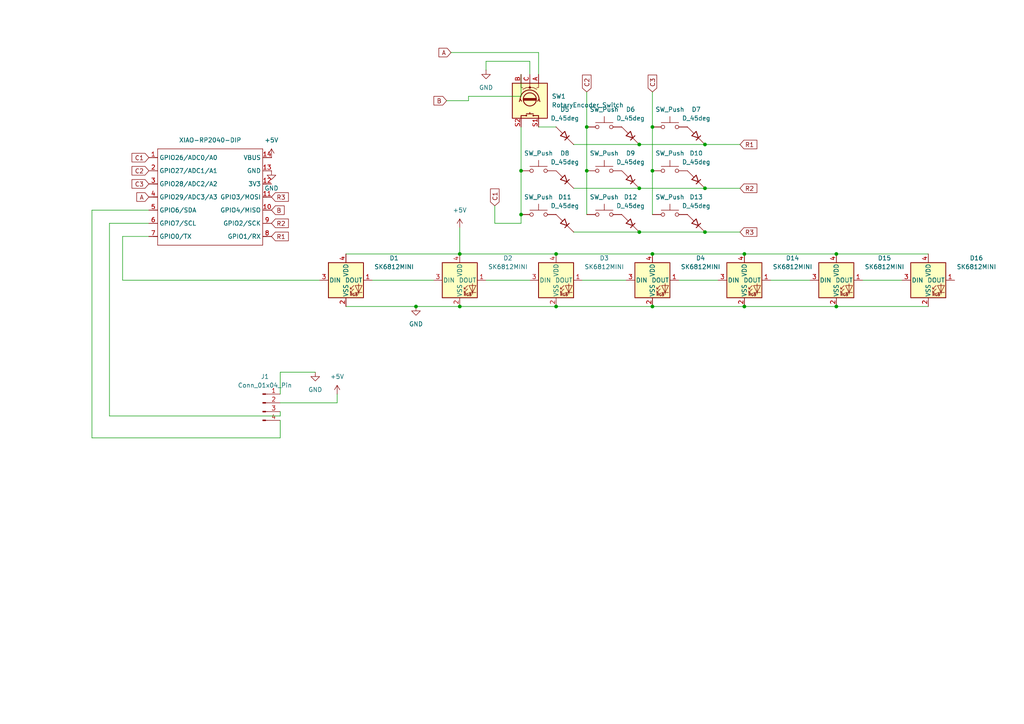
<source format=kicad_sch>
(kicad_sch (version 20250114) (generator "eeschema") (generator_version "9.0")
  (paper "A4")
  (lib_symbols
    (symbol "Connector:Conn_01x04_Pin" (pin_names (offset 1.016) (hide yes))
      (property "Reference" "J" (at 0 5.08 0))
      (property "Value" "Conn_01x04_Pin" (at 0 -7.62 0))
      (symbol "Conn_01x04_Pin_1_1"
        (rectangle (start 0.8636 2.667) (end 0 2.413) (stroke (width 0.1524)) (fill (type outline)))
        (rectangle (start 0.8636 0.127) (end 0 -0.127) (stroke (width 0.1524)) (fill (type outline)))
        (rectangle (start 0.8636 -2.413) (end 0 -2.667) (stroke (width 0.1524)) (fill (type outline)))
        (rectangle (start 0.8636 -4.953) (end 0 -5.207) (stroke (width 0.1524)) (fill (type outline)))
        (polyline (pts (xy 1.27 2.54) (xy 0.8636 2.54)) (stroke (width 0.1524)))
        (polyline (pts (xy 1.27 0) (xy 0.8636 0)) (stroke (width 0.1524)))
        (polyline (pts (xy 1.27 -2.54) (xy 0.8636 -2.54)) (stroke (width 0.1524)))
        (polyline (pts (xy 1.27 -5.08) (xy 0.8636 -5.08)) (stroke (width 0.1524)))
        (pin passive line (at 5.08 2.54 180) (length 3.81) (name "Pin_1") (number "1"))
        (pin passive line (at 5.08 0 180) (length 3.81) (name "Pin_2") (number "2"))
        (pin passive line (at 5.08 -2.54 180) (length 3.81) (name "Pin_3") (number "3"))
        (pin passive line (at 5.08 -5.08 180) (length 3.81) (name "Pin_4") (number "4"))
      )
    )
    (symbol "Device:D_45deg" (pin_numbers (hide yes)) (pin_names (offset 0) (hide yes))
      (property "Reference" "D" (at 1.27 2.54 0))
      (property "Value" "D_45deg" (at 1.27 0 0))
      (symbol "D_45deg_0_1"
        (polyline (pts (xy -1.27 0) (xy 0 1.27) (xy 0.635 -0.635) (xy -1.27 0)) (stroke (width 0.254)))
        (polyline (pts (xy -0.635 0.635) (xy -2.54 2.54)))
        (polyline (pts (xy 0 -1.27) (xy 1.27 0)) (stroke (width 0.254)))
        (polyline (pts (xy 2.54 -2.54) (xy 0.635 -0.635)))
      )
      (symbol "D_45deg_1_1"
        (pin passive line (at -2.54 2.54 0) (length 0) (name "A") (number "2"))
        (pin passive line (at 2.54 -2.54 180) (length 0) (name "K") (number "1"))
      )
    )
    (symbol "Device:RotaryEncoder_Switch" (pin_names (offset 0.254) (hide yes))
      (property "Reference" "SW" (at 0 6.604 0))
      (property "Value" "RotaryEncoder_Switch" (at 0 -6.604 0))
      (symbol "RotaryEncoder_Switch_0_1"
        (rectangle (start -5.08 5.08) (end 5.08 -5.08) (stroke (width 0.254)) (fill (type background)))
        (polyline (pts (xy -5.08 2.54) (xy -3.81 2.54) (xy -3.81 2.032)))
        (polyline (pts (xy -5.08 0) (xy -3.81 0) (xy -3.81 -1.016) (xy -3.302 -2.032)))
        (polyline (pts (xy -5.08 -2.54) (xy -3.81 -2.54) (xy -3.81 -2.032)))
        (polyline (pts (xy -4.318 0) (xy -3.81 0) (xy -3.81 1.016) (xy -3.302 2.032)))
        (circle (center -3.81 0) (radius 0.254) (fill (type outline)))
        (polyline (pts (xy -0.635 -1.778) (xy -0.635 1.778)) (stroke (width 0.254)))
        (circle (center -0.381 0) (radius 1.905) (stroke (width 0.254)))
        (polyline (pts (xy -0.381 -1.778) (xy -0.381 1.778)) (stroke (width 0.254)))
        (arc (start -0.381 -2.794) (mid -3.0988 -0.0635) (end -0.381 2.667) (stroke (width 0.254)))
        (polyline (pts (xy -0.127 1.778) (xy -0.127 -1.778)) (stroke (width 0.254)))
        (polyline (pts (xy 0.254 2.921) (xy -0.508 2.667) (xy 0.127 2.286)) (stroke (width 0.254)))
        (polyline (pts (xy 0.254 -3.048) (xy -0.508 -2.794) (xy 0.127 -2.413)) (stroke (width 0.254)))
        (polyline (pts (xy 3.81 1.016) (xy 3.81 -1.016)) (stroke (width 0.254)))
        (polyline (pts (xy 3.81 0) (xy 3.429 0)) (stroke (width 0.254)))
        (circle (center 4.318 1.016) (radius 0.127) (stroke (width 0.254)))
        (circle (center 4.318 -1.016) (radius 0.127) (stroke (width 0.254)))
        (polyline (pts (xy 5.08 2.54) (xy 4.318 2.54) (xy 4.318 1.016)) (stroke (width 0.254)))
        (polyline (pts (xy 5.08 -2.54) (xy 4.318 -2.54) (xy 4.318 -1.016)) (stroke (width 0.254)))
      )
      (symbol "RotaryEncoder_Switch_1_1"
        (pin passive line (at -7.62 2.54 0) (length 2.54) (name "A") (number "A"))
        (pin passive line (at -7.62 0 0) (length 2.54) (name "C") (number "C"))
        (pin passive line (at -7.62 -2.54 0) (length 2.54) (name "B") (number "B"))
        (pin passive line (at 7.62 2.54 180) (length 2.54) (name "S1") (number "S1"))
        (pin passive line (at 7.62 -2.54 180) (length 2.54) (name "S2") (number "S2"))
      )
    )
    (symbol "LED:SK6812MINI" (pin_names (offset 0.254))
      (property "Reference" "D" (at 5.08 5.715 0))
      (property "Value" "SK6812MINI" (at 1.27 -5.715 0))
      (symbol "SK6812MINI_0_0"
        (text "RGB" (at 2.286 -4.191 0) (effects (font (size 0.762 0.762))))
      )
      (symbol "SK6812MINI_0_1"
        (polyline (pts (xy 1.27 -2.54) (xy 1.778 -2.54)))
        (polyline (pts (xy 1.27 -3.556) (xy 1.778 -3.556)))
        (polyline (pts (xy 2.286 -1.524) (xy 1.27 -2.54) (xy 1.27 -2.032)))
        (polyline (pts (xy 2.286 -2.54) (xy 1.27 -3.556) (xy 1.27 -3.048)))
        (polyline (pts (xy 3.683 -1.016) (xy 3.683 -3.556) (xy 3.683 -4.064)))
        (polyline (pts (xy 4.699 -1.524) (xy 2.667 -1.524) (xy 3.683 -3.556) (xy 4.699 -1.524)))
        (polyline (pts (xy 4.699 -3.556) (xy 2.667 -3.556)))
        (rectangle (start 5.08 5.08) (end -5.08 -5.08) (stroke (width 0.254)) (fill (type background)))
      )
      (symbol "SK6812MINI_1_1"
        (pin input line (at -7.62 0 0) (length 2.54) (name "DIN") (number "3"))
        (pin power_in line (at 0 7.62 270) (length 2.54) (name "VDD") (number "4"))
        (pin power_in line (at 0 -7.62 90) (length 2.54) (name "VSS") (number "2"))
        (pin output line (at 7.62 0 180) (length 2.54) (name "DOUT") (number "1"))
      )
    )
    (symbol "OPL:XIAO-RP2040-DIP"
      (property "Reference" "U" (at 0 0 0))
      (property "Value" "XIAO-RP2040-DIP" (at 5.334 -1.778 0))
      (symbol "XIAO-RP2040-DIP_1_0"
        (polyline (pts (xy -1.27 -2.54) (xy 29.21 -2.54)) (stroke (width 0.1524)))
        (polyline (pts (xy -1.27 -5.08) (xy -2.54 -5.08)) (stroke (width 0.1524)))
        (polyline (pts (xy -1.27 -5.08) (xy -1.27 -2.54)) (stroke (width 0.1524)))
        (polyline (pts (xy -1.27 -8.89) (xy -2.54 -8.89)) (stroke (width 0.1524)))
        (polyline (pts (xy -1.27 -8.89) (xy -1.27 -5.08)) (stroke (width 0.1524)))
        (polyline (pts (xy -1.27 -12.7) (xy -2.54 -12.7)) (stroke (width 0.1524)))
        (polyline (pts (xy -1.27 -12.7) (xy -1.27 -8.89)) (stroke (width 0.1524)))
        (polyline (pts (xy -1.27 -16.51) (xy -2.54 -16.51)) (stroke (width 0.1524)))
        (polyline (pts (xy -1.27 -16.51) (xy -1.27 -12.7)) (stroke (width 0.1524)))
        (polyline (pts (xy -1.27 -20.32) (xy -2.54 -20.32)) (stroke (width 0.1524)))
        (polyline (pts (xy -1.27 -24.13) (xy -2.54 -24.13)) (stroke (width 0.1524)))
        (polyline (pts (xy -1.27 -27.94) (xy -2.54 -27.94)) (stroke (width 0.1524)))
        (polyline (pts (xy -1.27 -30.48) (xy -1.27 -16.51)) (stroke (width 0.1524)))
        (polyline (pts (xy 29.21 -2.54) (xy 29.21 -5.08)) (stroke (width 0.1524)))
        (polyline (pts (xy 29.21 -5.08) (xy 29.21 -8.89)) (stroke (width 0.1524)))
        (polyline (pts (xy 29.21 -8.89) (xy 29.21 -12.7)) (stroke (width 0.1524)))
        (polyline (pts (xy 29.21 -12.7) (xy 29.21 -30.48)) (stroke (width 0.1524)))
        (polyline (pts (xy 29.21 -30.48) (xy -1.27 -30.48)) (stroke (width 0.1524)))
        (polyline (pts (xy 30.48 -5.08) (xy 29.21 -5.08)) (stroke (width 0.1524)))
        (polyline (pts (xy 30.48 -8.89) (xy 29.21 -8.89)) (stroke (width 0.1524)))
        (polyline (pts (xy 30.48 -12.7) (xy 29.21 -12.7)) (stroke (width 0.1524)))
        (polyline (pts (xy 30.48 -16.51) (xy 29.21 -16.51)) (stroke (width 0.1524)))
        (polyline (pts (xy 30.48 -20.32) (xy 29.21 -20.32)) (stroke (width 0.1524)))
        (polyline (pts (xy 30.48 -24.13) (xy 29.21 -24.13)) (stroke (width 0.1524)))
        (polyline (pts (xy 30.48 -27.94) (xy 29.21 -27.94)) (stroke (width 0.1524)))
        (pin passive line (at -3.81 -5.08 0) (length 2.54) (name "GPIO26/ADC0/A0") (number "1"))
        (pin passive line (at -3.81 -8.89 0) (length 2.54) (name "GPIO27/ADC1/A1") (number "2"))
        (pin passive line (at -3.81 -12.7 0) (length 2.54) (name "GPIO28/ADC2/A2") (number "3"))
        (pin passive line (at -3.81 -16.51 0) (length 2.54) (name "GPIO29/ADC3/A3") (number "4"))
        (pin passive line (at -3.81 -20.32 0) (length 2.54) (name "GPIO6/SDA") (number "5"))
        (pin passive line (at -3.81 -24.13 0) (length 2.54) (name "GPIO7/SCL") (number "6"))
        (pin passive line (at -3.81 -27.94 0) (length 2.54) (name "GPIO0/TX") (number "7"))
        (pin passive line (at 31.75 -5.08 180) (length 2.54) (name "VBUS") (number "14"))
        (pin passive line (at 31.75 -8.89 180) (length 2.54) (name "GND") (number "13"))
        (pin passive line (at 31.75 -12.7 180) (length 2.54) (name "3V3") (number "12"))
        (pin passive line (at 31.75 -16.51 180) (length 2.54) (name "GPIO3/MOSI") (number "11"))
        (pin passive line (at 31.75 -20.32 180) (length 2.54) (name "GPIO4/MISO") (number "10"))
        (pin passive line (at 31.75 -24.13 180) (length 2.54) (name "GPIO2/SCK") (number "9"))
        (pin passive line (at 31.75 -27.94 180) (length 2.54) (name "GPIO1/RX") (number "8"))
      )
    )
    (symbol "Switch:SW_Push" (pin_numbers (hide yes)) (pin_names (offset 1.016) (hide yes))
      (property "Reference" "SW" (at 1.27 2.54 0))
      (property "Value" "SW_Push" (at 0 -1.524 0))
      (symbol "SW_Push_0_1"
        (circle (center -2.032 0) (radius 0.508))
        (polyline (pts (xy 0 1.27) (xy 0 3.048)))
        (circle (center 2.032 0) (radius 0.508))
        (polyline (pts (xy 2.54 1.27) (xy -2.54 1.27)))
        (pin passive line (at -5.08 0 0) (length 2.54) (name "1") (number "1"))
        (pin passive line (at 5.08 0 180) (length 2.54) (name "2") (number "2"))
      )
    )
    (symbol "power:+5V" (power) (pin_numbers (hide yes)) (pin_names (offset 0) (hide yes))
      (property "Value" "+5V" (at 0 3.556 0))
      (symbol "+5V_0_1"
        (polyline (pts (xy -0.762 1.27) (xy 0 2.54)))
        (polyline (pts (xy 0 2.54) (xy 0.762 1.27)))
        (polyline (pts (xy 0 0) (xy 0 2.54)))
      )
      (symbol "+5V_1_1"
        (pin power_in line (at 0 0 90) (length 0) (name "~") (number "1"))
      )
    )
    (symbol "power:GND" (power) (pin_numbers (hide yes)) (pin_names (offset 0) (hide yes))
      (property "Value" "GND" (at 0 -3.81 0))
      (symbol "GND_0_1"
        (polyline (pts (xy 0 0) (xy 0 -1.27) (xy 1.27 -1.27) (xy 0 -2.54) (xy -1.27 -1.27) (xy 0 -1.27)))
      )
      (symbol "GND_1_1"
        (pin power_in line (at 0 0 270) (length 0) (name "~") (number "1"))
      )
    )
  )
  (junction (at 242.57 88.9))
  (junction (at 133.35 73.66))
  (junction (at 151.13 49.53))
  (junction (at 242.57 73.66))
  (junction (at 185.42 54.61))
  (junction (at 215.9 88.9))
  (junction (at 133.35 88.9))
  (junction (at 185.42 67.31))
  (junction (at 215.9 73.66))
  (junction (at 204.47 67.31))
  (junction (at 170.18 36.83))
  (junction (at 189.23 73.66))
  (junction (at 170.18 49.53))
  (junction (at 151.13 62.23))
  (junction (at 185.42 41.91))
  (junction (at 204.47 54.61))
  (junction (at 120.65 88.9))
  (junction (at 204.47 41.91))
  (junction (at 189.23 36.83))
  (junction (at 161.29 73.66))
  (junction (at 161.29 88.9))
  (junction (at 189.23 49.53))
  (junction (at 189.23 88.9))
  (wire (pts (xy 189.23 49.53) (xy 189.23 62.23)))
  (wire (pts (xy 189.23 88.9) (xy 215.9 88.9)))
  (wire (pts (xy 156.21 15.24) (xy 156.21 21.59)))
  (wire (pts (xy 214.63 41.91) (xy 204.47 41.91)))
  (wire (pts (xy 151.13 36.83) (xy 151.13 49.53)))
  (wire (pts (xy 140.97 17.78) (xy 140.97 20.32)))
  (wire (pts (xy 166.37 67.31) (xy 185.42 67.31)))
  (wire (pts (xy 166.37 41.91) (xy 185.42 41.91)))
  (wire (pts (xy 35.56 81.28) (xy 35.56 68.58)))
  (wire (pts (xy 92.71 81.28) (xy 35.56 81.28)))
  (wire (pts (xy 135.89 27.94) (xy 135.89 29.21)))
  (wire (pts (xy 100.33 73.66) (xy 133.35 73.66)))
  (wire (pts (xy 196.85 81.28) (xy 208.28 81.28)))
  (wire (pts (xy 81.28 127) (xy 81.28 121.92)))
  (wire (pts (xy 151.13 21.59) (xy 151.13 27.94)))
  (wire (pts (xy 143.51 64.77) (xy 151.13 64.77)))
  (wire (pts (xy 189.23 73.66) (xy 215.9 73.66)))
  (wire (pts (xy 161.29 73.66) (xy 189.23 73.66)))
  (wire (pts (xy 140.97 81.28) (xy 153.67 81.28)))
  (wire (pts (xy 223.52 81.28) (xy 234.95 81.28)))
  (wire (pts (xy 100.33 88.9) (xy 120.65 88.9)))
  (wire (pts (xy 170.18 36.83) (xy 170.18 49.53)))
  (wire (pts (xy 140.97 17.78) (xy 153.67 17.78)))
  (wire (pts (xy 31.75 120.65) (xy 81.28 120.65)))
  (wire (pts (xy 81.28 107.95) (xy 81.28 114.3)))
  (wire (pts (xy 97.79 114.3) (xy 97.79 116.84)))
  (wire (pts (xy 189.23 26.67) (xy 189.23 36.83)))
  (wire (pts (xy 166.37 54.61) (xy 185.42 54.61)))
  (wire (pts (xy 185.42 54.61) (xy 204.47 54.61)))
  (wire (pts (xy 135.89 27.94) (xy 151.13 27.94)))
  (wire (pts (xy 133.35 88.9) (xy 161.29 88.9)))
  (wire (pts (xy 214.63 67.31) (xy 204.47 67.31)))
  (wire (pts (xy 156.21 36.83) (xy 161.29 36.83)))
  (wire (pts (xy 250.19 81.28) (xy 261.62 81.28)))
  (wire (pts (xy 185.42 67.31) (xy 204.47 67.31)))
  (wire (pts (xy 133.35 73.66) (xy 161.29 73.66)))
  (wire (pts (xy 91.44 107.95) (xy 81.28 107.95)))
  (wire (pts (xy 26.67 127) (xy 81.28 127)))
  (wire (pts (xy 170.18 26.67) (xy 170.18 36.83)))
  (wire (pts (xy 189.23 36.83) (xy 189.23 49.53)))
  (wire (pts (xy 135.89 29.21) (xy 129.54 29.21)))
  (wire (pts (xy 43.18 60.96) (xy 26.67 60.96)))
  (wire (pts (xy 215.9 88.9) (xy 242.57 88.9)))
  (wire (pts (xy 215.9 73.66) (xy 242.57 73.66)))
  (wire (pts (xy 242.57 88.9) (xy 269.24 88.9)))
  (wire (pts (xy 26.67 60.96) (xy 26.67 127)))
  (wire (pts (xy 151.13 49.53) (xy 151.13 62.23)))
  (wire (pts (xy 35.56 68.58) (xy 43.18 68.58)))
  (wire (pts (xy 31.75 64.77) (xy 31.75 120.65)))
  (wire (pts (xy 43.18 64.77) (xy 31.75 64.77)))
  (wire (pts (xy 168.91 81.28) (xy 181.61 81.28)))
  (wire (pts (xy 161.29 88.9) (xy 189.23 88.9)))
  (wire (pts (xy 151.13 64.77) (xy 151.13 62.23)))
  (wire (pts (xy 81.28 119.38) (xy 81.28 120.65)))
  (wire (pts (xy 81.28 116.84) (xy 97.79 116.84)))
  (wire (pts (xy 185.42 41.91) (xy 204.47 41.91)))
  (wire (pts (xy 143.51 59.69) (xy 143.51 64.77)))
  (wire (pts (xy 170.18 49.53) (xy 170.18 62.23)))
  (wire (pts (xy 107.95 81.28) (xy 125.73 81.28)))
  (wire (pts (xy 133.35 66.04) (xy 133.35 73.66)))
  (wire (pts (xy 242.57 73.66) (xy 269.24 73.66)))
  (wire (pts (xy 130.81 15.24) (xy 156.21 15.24)))
  (wire (pts (xy 120.65 88.9) (xy 133.35 88.9)))
  (wire (pts (xy 153.67 17.78) (xy 153.67 21.59)))
  (wire (pts (xy 214.63 54.61) (xy 204.47 54.61)))
  (global_label "R2" (shape input) (at 78.74 64.77 0) (property "Intersheetrefs" "${INTERSHEET_REFS}" (effects (hide yes))))
  (global_label "R2" (shape input) (at 214.63 54.61 0) (property "Intersheetrefs" "${INTERSHEET_REFS}" (effects (hide yes))))
  (global_label "C1" (shape input) (at 143.51 59.69 90) (property "Intersheetrefs" "${INTERSHEET_REFS}" (effects (hide yes))))
  (global_label "C2" (shape input) (at 43.18 49.53 180) (property "Intersheetrefs" "${INTERSHEET_REFS}" (effects (hide yes))))
  (global_label "C2" (shape input) (at 170.18 26.67 90) (property "Intersheetrefs" "${INTERSHEET_REFS}" (effects (hide yes))))
  (global_label "C1" (shape input) (at 43.18 45.72 180) (property "Intersheetrefs" "${INTERSHEET_REFS}" (effects (hide yes))))
  (global_label "R1" (shape input) (at 78.74 68.58 0) (property "Intersheetrefs" "${INTERSHEET_REFS}" (effects (hide yes))))
  (global_label "C3" (shape input) (at 43.18 53.34 180) (property "Intersheetrefs" "${INTERSHEET_REFS}" (effects (hide yes))))
  (global_label "R3" (shape input) (at 214.63 67.31 0) (property "Intersheetrefs" "${INTERSHEET_REFS}" (effects (hide yes))))
  (global_label "R3" (shape input) (at 78.74 57.15 0) (property "Intersheetrefs" "${INTERSHEET_REFS}" (effects (hide yes))))
  (global_label "C3" (shape input) (at 189.23 26.67 90) (property "Intersheetrefs" "${INTERSHEET_REFS}" (effects (hide yes))))
  (global_label "R1" (shape input) (at 214.63 41.91 0) (property "Intersheetrefs" "${INTERSHEET_REFS}" (effects (hide yes))))
  (global_label "B" (shape input) (at 78.74 60.96 0) (property "Intersheetrefs" "${INTERSHEET_REFS}" (effects (hide yes))))
  (global_label "B" (shape input) (at 129.54 29.21 180) (property "Intersheetrefs" "${INTERSHEET_REFS}" (effects (hide yes))))
  (global_label "A" (shape input) (at 43.18 57.15 180) (property "Intersheetrefs" "${INTERSHEET_REFS}" (effects (hide yes))))
  (global_label "A" (shape input) (at 130.81 15.24 180) (property "Intersheetrefs" "${INTERSHEET_REFS}" (effects (hide yes))))
  (symbol (lib_id "Switch:SW_Push") (at 156.21 49.53 0) (unit 1)
    (property "Reference" "SW2" (effects (hide yes)))
    (property "Value" "SW_Push" (at 156.21 44.45 0))
    (property "Footprint" "Button_Switch_Keyboard:SW_Cherry_MX_1.00u_PCB" (effects (hide yes)))
    (property "Description" "Push button switch, generic, two pins" (effects (hide yes)))
  )
  (symbol (lib_id "Device:D_45deg") (at 163.83 64.77 0) (unit 1)
    (property "Reference" "D11" (at 163.83 57.15 0))
    (property "Value" "D_45deg" (at 163.83 59.69 0))
    (property "Footprint" "Diode_THT:D_A-405_P7.62mm_Horizontal" (effects (hide yes)))
    (property "Description" "Diode, rotated by 45°" (effects (hide yes)))
    (property "Sim.Device" "D" (effects (hide yes)))
    (property "Sim.Pins" "1=K 2=A" (effects (hide yes)))
  )
  (symbol (lib_id "Switch:SW_Push") (at 194.31 49.53 0) (unit 1)
    (property "Reference" "SW8" (effects (hide yes)))
    (property "Value" "SW_Push" (at 194.31 44.45 0))
    (property "Footprint" "Button_Switch_Keyboard:SW_Cherry_MX_1.00u_PCB" (effects (hide yes)))
    (property "Description" "Push button switch, generic, two pins" (effects (hide yes)))
  )
  (symbol (lib_id "LED:SK6812MINI") (at 189.23 81.28 0) (unit 1)
    (property "Reference" "D4" (at 203.2 74.8598 0))
    (property "Value" "SK6812MINI" (at 203.2 77.3998 0))
    (property "Footprint" "LED_SMD:LED_SK6812MINI_PLCC4_3.5x3.5mm_P1.75mm" (effects (hide yes)))
    (property "Datasheet" "https://cdn-shop.adafruit.com/product-files/2686/SK6812MINI_REV.01-1-2.pdf" (effects (hide yes)))
    (property "Description" "RGB LED with integrated controller" (effects (hide yes)))
  )
  (symbol (lib_id "Switch:SW_Push") (at 194.31 36.83 0) (unit 1)
    (property "Reference" "SW7" (effects (hide yes)))
    (property "Value" "SW_Push" (at 194.31 31.75 0))
    (property "Footprint" "Button_Switch_Keyboard:SW_Cherry_MX_1.00u_PCB" (effects (hide yes)))
    (property "Description" "Push button switch, generic, two pins" (effects (hide yes)))
  )
  (symbol (lib_id "power:+5V") (at 133.35 66.04 0) (unit 1)
    (property "Reference" "#PWR02" (effects (hide yes)))
    (property "Value" "+5V" (at 133.35 60.96 0))
    (property "Description" "Power symbol creates a global label with name \"+5V\"" (effects (hide yes)))
  )
  (symbol (lib_id "power:GND") (at 120.65 88.9 0) (unit 1)
    (property "Reference" "#PWR03" (effects (hide yes)))
    (property "Value" "GND" (at 120.65 93.98 0))
    (property "Description" "Power symbol creates a global label with name \"GND\" , ground" (effects (hide yes)))
  )
  (symbol (lib_id "Device:D_45deg") (at 182.88 39.37 0) (unit 1)
    (property "Reference" "D6" (at 182.88 31.75 0))
    (property "Value" "D_45deg" (at 182.88 34.29 0))
    (property "Footprint" "Diode_THT:D_A-405_P7.62mm_Horizontal" (effects (hide yes)))
    (property "Description" "Diode, rotated by 45°" (effects (hide yes)))
    (property "Sim.Device" "D" (effects (hide yes)))
    (property "Sim.Pins" "1=K 2=A" (effects (hide yes)))
  )
  (symbol (lib_id "Device:D_45deg") (at 182.88 52.07 0) (unit 1)
    (property "Reference" "D9" (at 182.88 44.45 0))
    (property "Value" "D_45deg" (at 182.88 46.99 0))
    (property "Footprint" "Diode_THT:D_A-405_P7.62mm_Horizontal" (effects (hide yes)))
    (property "Description" "Diode, rotated by 45°" (effects (hide yes)))
    (property "Sim.Device" "D" (effects (hide yes)))
    (property "Sim.Pins" "1=K 2=A" (effects (hide yes)))
  )
  (symbol (lib_id "LED:SK6812MINI") (at 133.35 81.28 0) (unit 1)
    (property "Reference" "D2" (at 147.32 74.8598 0))
    (property "Value" "SK6812MINI" (at 147.32 77.3998 0))
    (property "Footprint" "LED_SMD:LED_SK6812MINI_PLCC4_3.5x3.5mm_P1.75mm" (effects (hide yes)))
    (property "Datasheet" "https://cdn-shop.adafruit.com/product-files/2686/SK6812MINI_REV.01-1-2.pdf" (effects (hide yes)))
    (property "Description" "RGB LED with integrated controller" (effects (hide yes)))
  )
  (symbol (lib_id "LED:SK6812MINI") (at 242.57 81.28 0) (unit 1)
    (property "Reference" "D15" (at 256.54 74.8598 0))
    (property "Value" "SK6812MINI" (at 256.54 77.3998 0))
    (property "Footprint" "LED_SMD:LED_SK6812MINI_PLCC4_3.5x3.5mm_P1.75mm" (effects (hide yes)))
    (property "Datasheet" "https://cdn-shop.adafruit.com/product-files/2686/SK6812MINI_REV.01-1-2.pdf" (effects (hide yes)))
    (property "Description" "RGB LED with integrated controller" (effects (hide yes)))
  )
  (symbol (lib_id "power:GND") (at 91.44 107.95 0) (unit 1)
    (property "Reference" "#PWR08" (effects (hide yes)))
    (property "Value" "GND" (at 91.44 113.03 0))
    (property "Description" "Power symbol creates a global label with name \"GND\" , ground" (effects (hide yes)))
  )
  (symbol (lib_id "OPL:XIAO-RP2040-DIP") (at 46.99 40.64 0) (unit 1)
    (property "Reference" "U1" (effects (hide yes)))
    (property "Value" "XIAO-RP2040-DIP" (at 60.96 40.64 0))
    (property "Footprint" "OPL:XIAO-RP2040-DIP" (effects (hide yes)))
  )
  (symbol (lib_id "Device:D_45deg") (at 163.83 39.37 0) (unit 1)
    (property "Reference" "D5" (at 163.83 31.75 0))
    (property "Value" "D_45deg" (at 163.83 34.29 0))
    (property "Footprint" "Diode_THT:D_A-405_P7.62mm_Horizontal" (effects (hide yes)))
    (property "Description" "Diode, rotated by 45°" (effects (hide yes)))
    (property "Sim.Device" "D" (effects (hide yes)))
    (property "Sim.Pins" "1=K 2=A" (effects (hide yes)))
  )
  (symbol (lib_id "Switch:SW_Push") (at 194.31 62.23 0) (unit 1)
    (property "Reference" "SW9" (effects (hide yes)))
    (property "Value" "SW_Push" (at 194.31 57.15 0))
    (property "Footprint" "Button_Switch_Keyboard:SW_Cherry_MX_1.00u_PCB" (effects (hide yes)))
    (property "Description" "Push button switch, generic, two pins" (effects (hide yes)))
  )
  (symbol (lib_id "Device:D_45deg") (at 201.93 39.37 0) (unit 1)
    (property "Reference" "D7" (at 201.93 31.75 0))
    (property "Value" "D_45deg" (at 201.93 34.29 0))
    (property "Footprint" "Diode_THT:D_A-405_P7.62mm_Horizontal" (effects (hide yes)))
    (property "Description" "Diode, rotated by 45°" (effects (hide yes)))
    (property "Sim.Device" "D" (effects (hide yes)))
    (property "Sim.Pins" "1=K 2=A" (effects (hide yes)))
  )
  (symbol (lib_id "Device:D_45deg") (at 182.88 64.77 0) (unit 1)
    (property "Reference" "D12" (at 182.88 57.15 0))
    (property "Value" "D_45deg" (at 182.88 59.69 0))
    (property "Footprint" "Diode_THT:D_A-405_P7.62mm_Horizontal" (effects (hide yes)))
    (property "Description" "Diode, rotated by 45°" (effects (hide yes)))
    (property "Sim.Device" "D" (effects (hide yes)))
    (property "Sim.Pins" "1=K 2=A" (effects (hide yes)))
  )
  (symbol (lib_id "Switch:SW_Push") (at 175.26 36.83 0) (unit 1)
    (property "Reference" "SW4" (effects (hide yes)))
    (property "Value" "SW_Push" (at 175.26 31.75 0))
    (property "Footprint" "Button_Switch_Keyboard:SW_Cherry_MX_1.00u_PCB" (effects (hide yes)))
    (property "Description" "Push button switch, generic, two pins" (effects (hide yes)))
  )
  (symbol (lib_id "power:GND") (at 78.74 49.53 0) (unit 1)
    (property "Reference" "#PWR06" (effects (hide yes)))
    (property "Value" "GND" (at 78.74 54.61 0))
    (property "Description" "Power symbol creates a global label with name \"GND\" , ground" (effects (hide yes)))
  )
  (symbol (lib_id "LED:SK6812MINI") (at 269.24 81.28 0) (unit 1)
    (property "Reference" "D16" (at 283.21 74.8598 0))
    (property "Value" "SK6812MINI" (at 283.21 77.3998 0))
    (property "Footprint" "LED_SMD:LED_SK6812MINI_PLCC4_3.5x3.5mm_P1.75mm" (effects (hide yes)))
    (property "Datasheet" "https://cdn-shop.adafruit.com/product-files/2686/SK6812MINI_REV.01-1-2.pdf" (effects (hide yes)))
    (property "Description" "RGB LED with integrated controller" (effects (hide yes)))
  )
  (symbol (lib_id "LED:SK6812MINI") (at 100.33 81.28 0) (unit 1)
    (property "Reference" "D1" (at 114.3 74.8598 0))
    (property "Value" "SK6812MINI" (at 114.3 77.3998 0))
    (property "Footprint" "LED_SMD:LED_SK6812MINI_PLCC4_3.5x3.5mm_P1.75mm" (effects (hide yes)))
    (property "Datasheet" "https://cdn-shop.adafruit.com/product-files/2686/SK6812MINI_REV.01-1-2.pdf" (effects (hide yes)))
    (property "Description" "RGB LED with integrated controller" (effects (hide yes)))
  )
  (symbol (lib_id "Device:RotaryEncoder_Switch") (at 153.67 29.21 270) (unit 1)
    (property "Reference" "SW1" (at 160.02 27.9399 90) (effects (justify left)))
    (property "Value" "RotaryEncoder_Switch" (at 160.02 30.4799 90) (effects (justify left)))
    (property "Footprint" "Rotary_Encoder:RotaryEncoder_Alps_EC11E-Switch_Vertical_H20mm_CircularMountingHoles" (effects (hide yes)))
    (property "Description" "Rotary encoder, dual channel, incremental quadrate outputs, with switch" (effects (hide yes)))
  )
  (symbol (lib_id "power:GND") (at 140.97 20.32 0) (unit 1)
    (property "Reference" "#PWR01" (effects (hide yes)))
    (property "Value" "GND" (at 140.97 25.4 0))
    (property "Description" "Power symbol creates a global label with name \"GND\" , ground" (effects (hide yes)))
  )
  (symbol (lib_id "Switch:SW_Push") (at 175.26 62.23 0) (unit 1)
    (property "Reference" "SW6" (effects (hide yes)))
    (property "Value" "SW_Push" (at 175.26 57.15 0))
    (property "Footprint" "Button_Switch_Keyboard:SW_Cherry_MX_1.00u_PCB" (effects (hide yes)))
    (property "Description" "Push button switch, generic, two pins" (effects (hide yes)))
  )
  (symbol (lib_id "Device:D_45deg") (at 163.83 52.07 0) (unit 1)
    (property "Reference" "D8" (at 163.83 44.45 0))
    (property "Value" "D_45deg" (at 163.83 46.99 0))
    (property "Footprint" "Diode_THT:D_A-405_P7.62mm_Horizontal" (effects (hide yes)))
    (property "Description" "Diode, rotated by 45°" (effects (hide yes)))
    (property "Sim.Device" "D" (effects (hide yes)))
    (property "Sim.Pins" "1=K 2=A" (effects (hide yes)))
  )
  (symbol (lib_id "LED:SK6812MINI") (at 215.9 81.28 0) (unit 1)
    (property "Reference" "D14" (at 229.87 74.8598 0))
    (property "Value" "SK6812MINI" (at 229.87 77.3998 0))
    (property "Footprint" "LED_SMD:LED_SK6812MINI_PLCC4_3.5x3.5mm_P1.75mm" (effects (hide yes)))
    (property "Datasheet" "https://cdn-shop.adafruit.com/product-files/2686/SK6812MINI_REV.01-1-2.pdf" (effects (hide yes)))
    (property "Description" "RGB LED with integrated controller" (effects (hide yes)))
  )
  (symbol (lib_id "LED:SK6812MINI") (at 161.29 81.28 0) (unit 1)
    (property "Reference" "D3" (at 175.26 74.8598 0))
    (property "Value" "SK6812MINI" (at 175.26 77.3998 0))
    (property "Footprint" "LED_SMD:LED_SK6812MINI_PLCC4_3.5x3.5mm_P1.75mm" (effects (hide yes)))
    (property "Datasheet" "https://cdn-shop.adafruit.com/product-files/2686/SK6812MINI_REV.01-1-2.pdf" (effects (hide yes)))
    (property "Description" "RGB LED with integrated controller" (effects (hide yes)))
  )
  (symbol (lib_id "Switch:SW_Push") (at 175.26 49.53 0) (unit 1)
    (property "Reference" "SW5" (effects (hide yes)))
    (property "Value" "SW_Push" (at 175.26 44.45 0))
    (property "Footprint" "Button_Switch_Keyboard:SW_Cherry_MX_1.00u_PCB" (effects (hide yes)))
    (property "Description" "Push button switch, generic, two pins" (effects (hide yes)))
  )
  (symbol (lib_id "power:+5V") (at 97.79 114.3 0) (unit 1)
    (property "Reference" "#PWR09" (effects (hide yes)))
    (property "Value" "+5V" (at 97.79 109.22 0))
    (property "Description" "Power symbol creates a global label with name \"+5V\"" (effects (hide yes)))
  )
  (symbol (lib_id "Device:D_45deg") (at 201.93 52.07 0) (unit 1)
    (property "Reference" "D10" (at 201.93 44.45 0))
    (property "Value" "D_45deg" (at 201.93 46.99 0))
    (property "Footprint" "Diode_THT:D_A-405_P7.62mm_Horizontal" (effects (hide yes)))
    (property "Description" "Diode, rotated by 45°" (effects (hide yes)))
    (property "Sim.Device" "D" (effects (hide yes)))
    (property "Sim.Pins" "1=K 2=A" (effects (hide yes)))
  )
  (symbol (lib_id "power:+5V") (at 78.74 45.72 0) (unit 1)
    (property "Reference" "#PWR05" (effects (hide yes)))
    (property "Value" "+5V" (at 78.74 40.64 0))
    (property "Description" "Power symbol creates a global label with name \"+5V\"" (effects (hide yes)))
  )
  (symbol (lib_id "Switch:SW_Push") (at 156.21 62.23 0) (unit 1)
    (property "Reference" "SW3" (effects (hide yes)))
    (property "Value" "SW_Push" (at 156.21 57.15 0))
    (property "Footprint" "Button_Switch_Keyboard:SW_Cherry_MX_1.00u_PCB" (effects (hide yes)))
    (property "Description" "Push button switch, generic, two pins" (effects (hide yes)))
  )
  (symbol (lib_id "Device:D_45deg") (at 201.93 64.77 0) (unit 1)
    (property "Reference" "D13" (at 201.93 57.15 0))
    (property "Value" "D_45deg" (at 201.93 59.69 0))
    (property "Footprint" "Diode_THT:D_A-405_P7.62mm_Horizontal" (effects (hide yes)))
    (property "Description" "Diode, rotated by 45°" (effects (hide yes)))
    (property "Sim.Device" "D" (effects (hide yes)))
    (property "Sim.Pins" "1=K 2=A" (effects (hide yes)))
  )
  (symbol (lib_id "Connector:Conn_01x04_Pin") (at 76.2 116.84 0) (unit 1)
    (property "Reference" "J1" (at 76.835 109.22 0))
    (property "Value" "Conn_01x04_Pin" (at 76.835 111.76 0))
    (property "Footprint" "OLED:SSD1306-0.91-OLED-4pin-128x32" (effects (hide yes)))
    (property "Description" "Generic connector, single row, 01x04, script generated" (effects (hide yes)))
  )
)
</source>
